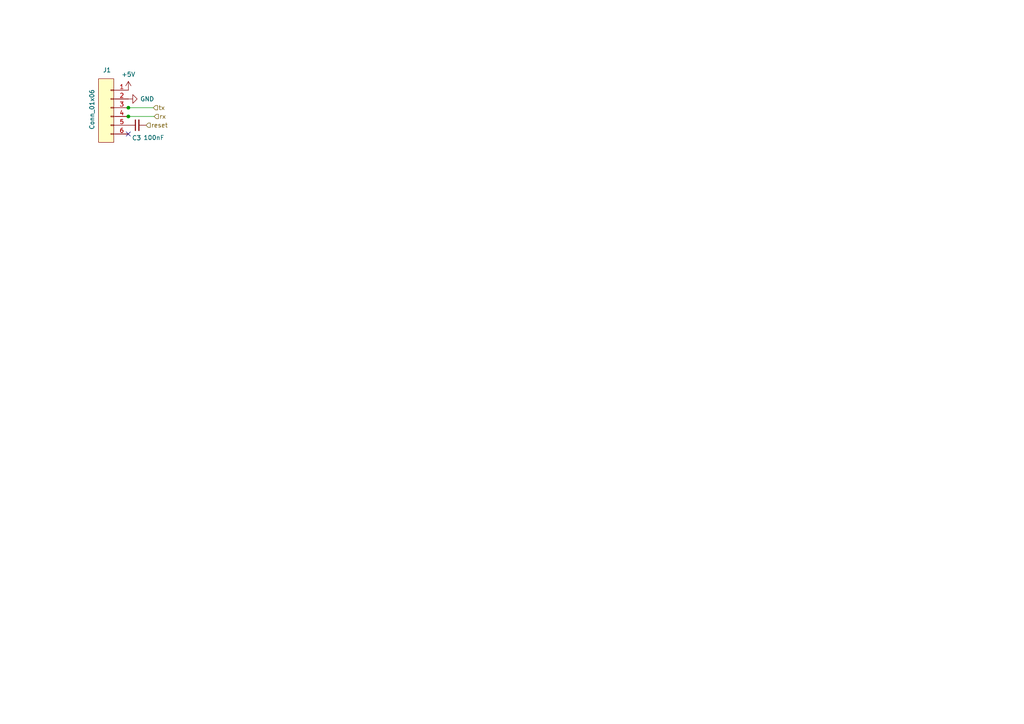
<source format=kicad_sch>
(kicad_sch (version 20211123) (generator eeschema)
  (paper "A4")
  (lib_symbols
    (symbol "Device:C_Small" (pin_numbers hide) (pin_names (offset 0.254) hide)
      (property "Reference" "C" (at 0.254 1.778 0))
      (property "Value" "C_Small" (at 0.254 -2.032 0))
      (symbol "C_Small_0_1"
        (polyline (pts (xy -1.524 -0.508) (xy 1.524 -0.508)) (stroke (width 0.3302)))
        (polyline (pts (xy -1.524 0.508) (xy 1.524 0.508)) (stroke (width 0.3048)))
      )
      (symbol "C_Small_1_1"
        (pin passive line (at 0 2.54 270) (length 2.032) (name "~") (number "1"))
        (pin passive line (at 0 -2.54 90) (length 2.032) (name "~") (number "2"))
      )
    )
    (symbol "MyLibrary:J1"
      (property "Reference" "Conn_01x06" (at -2.9464 -0.9144 90))
      (property "Value" "J1" (at 0 10.16 0))
      (symbol "J1_0_1"
        (rectangle (start -1.905 8.89) (end 2.54 -9.525) (fill (type background)))
      )
      (symbol "J1_1_1"
        (polyline (pts (xy 2.9464 -7.112) (xy 2.54 -7.112)) (stroke (width 0.1524)))
        (polyline (pts (xy 2.9464 -4.572) (xy 2.54 -4.572)) (stroke (width 0.1524)))
        (polyline (pts (xy 2.9464 -2.032) (xy 2.54 -2.032)) (stroke (width 0.1524)))
        (polyline (pts (xy 2.9464 0.508) (xy 2.54 0.508)) (stroke (width 0.1524)))
        (polyline (pts (xy 2.9464 3.048) (xy 2.54 3.048)) (stroke (width 0.1524)))
        (polyline (pts (xy 2.9464 5.588) (xy 2.54 5.588)) (stroke (width 0.1524)))
        (rectangle (start 2.54 -6.985) (end 1.6764 -7.239) (stroke (width 0.1524)))
        (rectangle (start 2.54 -4.445) (end 1.6764 -4.699) (stroke (width 0.1524)))
        (rectangle (start 2.54 -1.905) (end 1.6764 -2.159) (stroke (width 0.1524)))
        (rectangle (start 2.54 0.635) (end 1.6764 0.381) (stroke (width 0.1524)))
        (rectangle (start 2.54 3.175) (end 1.6764 2.921) (stroke (width 0.1524)))
        (rectangle (start 2.54 5.715) (end 1.6764 5.461) (stroke (width 0.1524)))
        (pin passive line (at 6.7564 5.588 180) (length 3.81) (name "") (number "1"))
        (pin passive line (at 6.7564 3.048 180) (length 3.81) (name "") (number "2"))
        (pin passive line (at 6.7564 0.508 180) (length 3.81) (name "") (number "3"))
        (pin passive line (at 6.7564 -2.032 180) (length 3.81) (name "") (number "4"))
        (pin passive line (at 6.7564 -4.572 180) (length 3.81) (name "") (number "5"))
        (pin passive line (at 6.7564 -7.112 180) (length 3.81) (name "") (number "6"))
      )
    )
    (symbol "power:+5V" (power) (pin_names (offset 0))
      (property "Value" "+5V" (at 0 3.556 0))
      (symbol "+5V_0_1"
        (polyline (pts (xy -0.762 1.27) (xy 0 2.54)))
        (polyline (pts (xy 0 0) (xy 0 2.54)))
        (polyline (pts (xy 0 2.54) (xy 0.762 1.27)))
      )
      (symbol "+5V_1_1"
        (pin power_in line (at 0 0 90) (length 0) hide (name "+5V") (number "1"))
      )
    )
    (symbol "power:GND" (power) (pin_names (offset 0))
      (property "Value" "GND" (at 0 -3.81 0))
      (symbol "GND_0_1"
        (polyline (pts (xy 0 0) (xy 0 -1.27) (xy 1.27 -1.27) (xy 0 -2.54) (xy -1.27 -1.27) (xy 0 -1.27)))
      )
      (symbol "GND_1_1"
        (pin power_in line (at 0 0 270) (length 0) hide (name "GND") (number "1"))
      )
    )
  )
  (junction (at 37.2364 31.242))
  (junction (at 37.2364 33.782))
  (no_connect (at 37.211 38.862))
  (wire (pts (xy 37.211 31.242) (xy 37.2364 31.242)))
  (wire (pts (xy 37.2364 33.782) (xy 44.704 33.782)))
  (wire (pts (xy 37.211 33.782) (xy 37.2364 33.782)))
  (wire (pts (xy 37.2364 31.242) (xy 44.45 31.242)))
  (hierarchical_label "rx" (shape input) (at 44.704 33.782 0))
  (hierarchical_label "reset" (shape input) (at 42.3418 36.322 0))
  (hierarchical_label "tx" (shape input) (at 44.45 31.242 0))
  (symbol (lib_id "MyLibrary:J1") (at 30.48 31.75 0) (unit 1)
    (property "Reference" "Conn_01x06" (at 26.67 31.75 90))
    (property "Value" "J1" (at 31.0388 20.32 0))
  )
  (symbol (lib_id "power:GND") (at 37.2364 28.702 90) (unit 1)
    (property "Reference" "#PWR?" (effects hide))
    (property "Value" "GND" (at 40.64 28.7019 90) (effects (justify right)))
  )
  (symbol (lib_id "power:+5V") (at 37.2364 26.162 0) (unit 1)
    (property "Reference" "#PWR?" (effects hide))
    (property "Value" "+5V" (at 37.2364 21.59 0))
  )
  (symbol (lib_id "Device:C_Small") (at 39.7764 36.322 90) (unit 1)
    (property "Reference" "C3" (at 39.624 40.005 90))
    (property "Value" "100nF" (at 44.6278 39.9288 90))
  )
)
</source>
